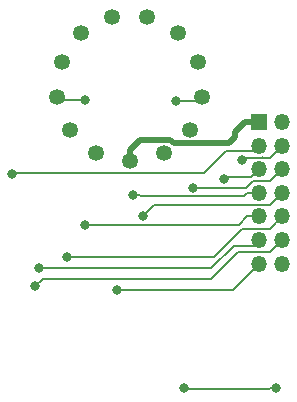
<source format=gbr>
G04 #@! TF.GenerationSoftware,KiCad,Pcbnew,(5.1.2-1)-1*
G04 #@! TF.CreationDate,2021-04-17T11:50:00+08:00*
G04 #@! TF.ProjectId,Nixie,4e697869-652e-46b6-9963-61645f706362,rev?*
G04 #@! TF.SameCoordinates,Original*
G04 #@! TF.FileFunction,Copper,L2,Bot*
G04 #@! TF.FilePolarity,Positive*
%FSLAX46Y46*%
G04 Gerber Fmt 4.6, Leading zero omitted, Abs format (unit mm)*
G04 Created by KiCad (PCBNEW (5.1.2-1)-1) date 2021-04-17 11:50:00*
%MOMM*%
%LPD*%
G04 APERTURE LIST*
%ADD10O,1.350000X1.350000*%
%ADD11R,1.350000X1.350000*%
%ADD12C,1.346200*%
%ADD13C,0.800000*%
%ADD14C,0.200000*%
%ADD15C,0.500000*%
G04 APERTURE END LIST*
D10*
X177000000Y-102200000D03*
X175000000Y-102200000D03*
X177000000Y-100200000D03*
X175000000Y-100200000D03*
X177000000Y-98200000D03*
X175000000Y-98200000D03*
X177000000Y-96200000D03*
X175000000Y-96200000D03*
X177000000Y-94200000D03*
X175000000Y-94200000D03*
X177000000Y-92200000D03*
X175000000Y-92200000D03*
X177000000Y-90200000D03*
D11*
X175000000Y-90200000D03*
D12*
X159002660Y-90848320D03*
X169188060Y-90848320D03*
X170239620Y-88077180D03*
X169881480Y-85138400D03*
X168200000Y-82700000D03*
X165576180Y-81323320D03*
X162614540Y-81323320D03*
X159990720Y-82700000D03*
X158309240Y-85138400D03*
X157951100Y-88077180D03*
X164095360Y-93520400D03*
X161220080Y-92811740D03*
X166970640Y-92811740D03*
D13*
X176500000Y-112700000D03*
X168687500Y-112700000D03*
X163000000Y-104400000D03*
X156100000Y-104100000D03*
X156400000Y-102600000D03*
X158800000Y-101660582D03*
X160300000Y-98900000D03*
X165200000Y-98200000D03*
X164400000Y-96400000D03*
X169400000Y-95800000D03*
X172100000Y-95000000D03*
X173600000Y-93400000D03*
X154100000Y-94600000D03*
X167975000Y-88412500D03*
X160300000Y-88337500D03*
D14*
X175934315Y-112700000D02*
X175834315Y-112800000D01*
X176500000Y-112700000D02*
X175934315Y-112700000D01*
X168787500Y-112800000D02*
X168687500Y-112700000D01*
X175834315Y-112800000D02*
X168787500Y-112800000D01*
X175000000Y-102200000D02*
X172800000Y-104400000D01*
X172800000Y-104400000D02*
X163000000Y-104400000D01*
X177000000Y-100200000D02*
X175975001Y-101224999D01*
X175975001Y-101224999D02*
X173275001Y-101224999D01*
X173275001Y-101224999D02*
X171000000Y-103500000D01*
X171000000Y-103500000D02*
X156700000Y-103500000D01*
X156700000Y-103500000D02*
X156100000Y-104100000D01*
X171000000Y-102600000D02*
X156400000Y-102600000D01*
X172900000Y-100700000D02*
X171000000Y-102600000D01*
X174500000Y-100700000D02*
X172900000Y-100700000D01*
X175000000Y-100200000D02*
X174500000Y-100700000D01*
X173586106Y-99224999D02*
X171211105Y-101600000D01*
X175975001Y-99224999D02*
X173586106Y-99224999D01*
X177000000Y-98200000D02*
X175975001Y-99224999D01*
X158860582Y-101600000D02*
X158800000Y-101660582D01*
X171211105Y-101600000D02*
X158860582Y-101600000D01*
X174045406Y-98200000D02*
X173345406Y-98900000D01*
X175000000Y-98200000D02*
X174045406Y-98200000D01*
X173345406Y-98900000D02*
X160900000Y-98900000D01*
X160900000Y-98900000D02*
X160500000Y-98900000D01*
X160500000Y-98900000D02*
X160300000Y-98900000D01*
X175975001Y-97224999D02*
X166175001Y-97224999D01*
X177000000Y-96200000D02*
X175975001Y-97224999D01*
X166175001Y-97224999D02*
X165200000Y-98200000D01*
X174045406Y-96200000D02*
X173745405Y-96500001D01*
X173745405Y-96500001D02*
X165000001Y-96500001D01*
X175000000Y-96200000D02*
X174045406Y-96200000D01*
X164900000Y-96400000D02*
X164400000Y-96400000D01*
X165000001Y-96500001D02*
X164900000Y-96400000D01*
X169100000Y-95800000D02*
X169400000Y-95800000D01*
X173965699Y-95800000D02*
X169100000Y-95800000D01*
X175975001Y-95224999D02*
X174540700Y-95224999D01*
X177000000Y-94200000D02*
X175975001Y-95224999D01*
X174540700Y-95224999D02*
X173965699Y-95800000D01*
X174325001Y-94874999D02*
X172325001Y-94874999D01*
X175000000Y-94200000D02*
X174325001Y-94874999D01*
X172200000Y-95000000D02*
X172100000Y-95000000D01*
X172325001Y-94874999D02*
X172200000Y-95000000D01*
X177000000Y-92200000D02*
X175975001Y-93224999D01*
X175324999Y-93224999D02*
X175300000Y-93200000D01*
X175975001Y-93224999D02*
X175324999Y-93224999D01*
X175324999Y-93224999D02*
X173775001Y-93224999D01*
X173775001Y-93224999D02*
X173600000Y-93400000D01*
X154206499Y-94493501D02*
X154100000Y-94600000D01*
X170406499Y-94493501D02*
X154206499Y-94493501D01*
X172200000Y-92700000D02*
X170406499Y-94493501D01*
X174500000Y-92700000D02*
X172200000Y-92700000D01*
X175000000Y-92200000D02*
X174500000Y-92700000D01*
D15*
X167792511Y-91971421D02*
X172528579Y-91971421D01*
X167509729Y-91688639D02*
X167792511Y-91971421D01*
X164975214Y-91688639D02*
X167509729Y-91688639D01*
X164095360Y-92568493D02*
X164975214Y-91688639D01*
X164095360Y-93520400D02*
X164095360Y-92568493D01*
X172528579Y-91971421D02*
X173000000Y-91500000D01*
X173825000Y-90200000D02*
X175000000Y-90200000D01*
X173000000Y-91025000D02*
X173825000Y-90200000D01*
X173000000Y-91500000D02*
X173000000Y-91025000D01*
D14*
X169904300Y-88412500D02*
X170239620Y-88077180D01*
X167975000Y-88412500D02*
X169904300Y-88412500D01*
X158211420Y-88337500D02*
X157951100Y-88077180D01*
X160300000Y-88337500D02*
X158211420Y-88337500D01*
M02*

</source>
